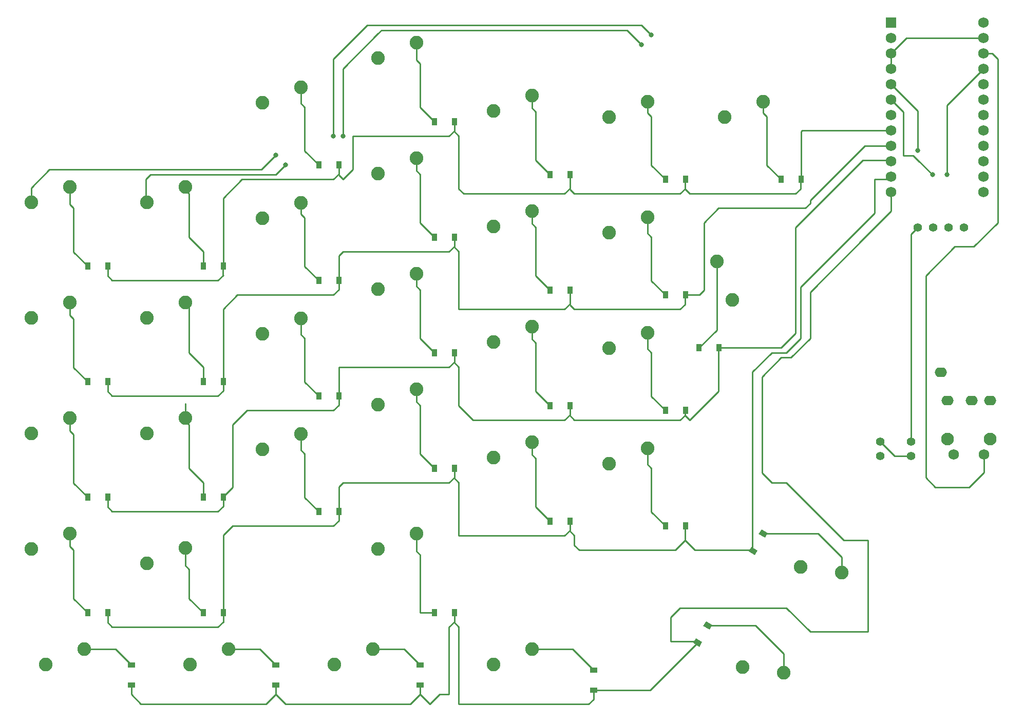
<source format=gbl>
G04 #@! TF.GenerationSoftware,KiCad,Pcbnew,5.1.10*
G04 #@! TF.CreationDate,2021-07-11T16:17:35-04:00*
G04 #@! TF.ProjectId,v02_left,7630325f-6c65-4667-942e-6b696361645f,rev?*
G04 #@! TF.SameCoordinates,Original*
G04 #@! TF.FileFunction,Copper,L2,Bot*
G04 #@! TF.FilePolarity,Positive*
%FSLAX46Y46*%
G04 Gerber Fmt 4.6, Leading zero omitted, Abs format (unit mm)*
G04 Created by KiCad (PCBNEW 5.1.10) date 2021-07-11 16:17:35*
%MOMM*%
%LPD*%
G01*
G04 APERTURE LIST*
G04 #@! TA.AperFunction,ComponentPad*
%ADD10C,2.100000*%
G04 #@! TD*
G04 #@! TA.AperFunction,ComponentPad*
%ADD11C,1.750000*%
G04 #@! TD*
G04 #@! TA.AperFunction,ComponentPad*
%ADD12O,2.000000X1.600000*%
G04 #@! TD*
G04 #@! TA.AperFunction,SMDPad,CuDef*
%ADD13C,0.100000*%
G04 #@! TD*
G04 #@! TA.AperFunction,SMDPad,CuDef*
%ADD14R,1.200000X0.900000*%
G04 #@! TD*
G04 #@! TA.AperFunction,SMDPad,CuDef*
%ADD15R,0.900000X1.200000*%
G04 #@! TD*
G04 #@! TA.AperFunction,ComponentPad*
%ADD16C,2.250000*%
G04 #@! TD*
G04 #@! TA.AperFunction,ComponentPad*
%ADD17C,1.397000*%
G04 #@! TD*
G04 #@! TA.AperFunction,ComponentPad*
%ADD18R,1.752600X1.752600*%
G04 #@! TD*
G04 #@! TA.AperFunction,ComponentPad*
%ADD19C,1.752600*%
G04 #@! TD*
G04 #@! TA.AperFunction,ViaPad*
%ADD20C,0.800000*%
G04 #@! TD*
G04 #@! TA.AperFunction,Conductor*
%ADD21C,0.250000*%
G04 #@! TD*
G04 APERTURE END LIST*
D10*
X2690000Y-76980000D03*
D11*
X1690000Y-79470000D03*
X-3310000Y-79470000D03*
D10*
X-4320000Y-76980000D03*
D12*
X-345000Y-70582500D03*
X2655000Y-70582500D03*
X-4345000Y-70582500D03*
X-5445000Y-65982500D03*
G04 #@! TA.AperFunction,SMDPad,CuDef*
D13*
G36*
X-43584385Y-108353769D02*
G01*
X-44623615Y-107753769D01*
X-44173615Y-106974347D01*
X-43134385Y-107574347D01*
X-43584385Y-108353769D01*
G37*
G04 #@! TD.AperFunction*
G04 #@! TA.AperFunction,SMDPad,CuDef*
G36*
X-45234385Y-111211653D02*
G01*
X-46273615Y-110611653D01*
X-45823615Y-109832231D01*
X-44784385Y-110432231D01*
X-45234385Y-111211653D01*
G37*
G04 #@! TD.AperFunction*
D14*
X-62706250Y-115031250D03*
X-62706250Y-118331250D03*
D15*
X-88962500Y-105568750D03*
X-85662500Y-105568750D03*
D14*
X-91281250Y-114237500D03*
X-91281250Y-117537500D03*
X-115093750Y-114237500D03*
X-115093750Y-117537500D03*
X-138906250Y-114237500D03*
X-138906250Y-117537500D03*
G04 #@! TA.AperFunction,SMDPad,CuDef*
D13*
G36*
X-34440385Y-93240769D02*
G01*
X-35479615Y-92640769D01*
X-35029615Y-91861347D01*
X-33990385Y-92461347D01*
X-34440385Y-93240769D01*
G37*
G04 #@! TD.AperFunction*
G04 #@! TA.AperFunction,SMDPad,CuDef*
G36*
X-36090385Y-96098653D02*
G01*
X-37129615Y-95498653D01*
X-36679615Y-94719231D01*
X-35640385Y-95319231D01*
X-36090385Y-96098653D01*
G37*
G04 #@! TD.AperFunction*
D15*
X-50862500Y-91281250D03*
X-47562500Y-91281250D03*
X-69912500Y-90487500D03*
X-66612500Y-90487500D03*
X-88962500Y-81756250D03*
X-85662500Y-81756250D03*
X-108012500Y-88900000D03*
X-104712500Y-88900000D03*
X-127062500Y-105568750D03*
X-123762500Y-105568750D03*
X-146112500Y-105568750D03*
X-142812500Y-105568750D03*
X-45306250Y-61912500D03*
X-42006250Y-61912500D03*
X-50862500Y-72231250D03*
X-47562500Y-72231250D03*
X-69912500Y-71437500D03*
X-66612500Y-71437500D03*
X-88962500Y-62706250D03*
X-85662500Y-62706250D03*
X-108012500Y-69850000D03*
X-104712500Y-69850000D03*
X-127062500Y-86518750D03*
X-123762500Y-86518750D03*
X-146112500Y-86518750D03*
X-142812500Y-86518750D03*
X-50862500Y-53181250D03*
X-47562500Y-53181250D03*
X-69912500Y-52387500D03*
X-66612500Y-52387500D03*
X-88962500Y-43656250D03*
X-85662500Y-43656250D03*
X-108012500Y-50800000D03*
X-104712500Y-50800000D03*
X-127062500Y-67468750D03*
X-123762500Y-67468750D03*
X-146112500Y-67468750D03*
X-142812500Y-67468750D03*
X-31812500Y-34131250D03*
X-28512500Y-34131250D03*
X-50862500Y-34131250D03*
X-47562500Y-34131250D03*
X-69912500Y-33337500D03*
X-66612500Y-33337500D03*
X-88962500Y-24606250D03*
X-85662500Y-24606250D03*
X-108012500Y-31750000D03*
X-104712500Y-31750000D03*
X-127062500Y-48418750D03*
X-123762500Y-48418750D03*
X-146112500Y-48418750D03*
X-142812500Y-48418750D03*
D16*
X-122872500Y-111601250D03*
X-129222500Y-114141250D03*
X-110966250Y-18923000D03*
X-117316250Y-21463000D03*
X-42386250Y-47688500D03*
X-39846250Y-54038500D03*
X-53816250Y-40386000D03*
X-60166250Y-42926000D03*
X-110966250Y-37973000D03*
X-117316250Y-40513000D03*
X-53816250Y-21336000D03*
X-60166250Y-23876000D03*
D17*
X-15413750Y-77370000D03*
X-10333750Y-77370000D03*
X-10333750Y-79751250D03*
X-15413750Y-79751250D03*
X-1606250Y-42088750D03*
X-4146250Y-42088750D03*
X-6686250Y-42088750D03*
X-9226250Y-42088750D03*
D18*
X-13671250Y-8275000D03*
D19*
X-13671250Y-10815000D03*
X-13671250Y-13355000D03*
X-13671250Y-15895000D03*
X-13671250Y-18435000D03*
X-13671250Y-20975000D03*
X-13671250Y-23515000D03*
X-13671250Y-26055000D03*
X-13671250Y-28595000D03*
X-13671250Y-31135000D03*
X-13671250Y-33675000D03*
X1568750Y-36215000D03*
X1568750Y-33675000D03*
X1568750Y-31135000D03*
X1568750Y-28595000D03*
X1568750Y-26055000D03*
X1568750Y-23515000D03*
X1568750Y-20975000D03*
X1568750Y-18435000D03*
X1568750Y-15895000D03*
X1568750Y-13355000D03*
X1568750Y-10815000D03*
X-13671250Y-36215000D03*
X1568750Y-8275000D03*
D16*
X-31328295Y-115488591D03*
X-38097557Y-114513295D03*
X-72866250Y-111601250D03*
X-79216250Y-114141250D03*
X-91852750Y-92551250D03*
X-98202750Y-95091250D03*
X-99060000Y-111601250D03*
X-105410000Y-114141250D03*
X-146685000Y-111601250D03*
X-153035000Y-114141250D03*
X-21803295Y-98978591D03*
X-28572557Y-98003295D03*
X-53816250Y-78486000D03*
X-60166250Y-81026000D03*
X-72866250Y-77470000D03*
X-79216250Y-80010000D03*
X-91916250Y-68707000D03*
X-98266250Y-71247000D03*
X-110966250Y-76073000D03*
X-117316250Y-78613000D03*
X-130016250Y-94932500D03*
X-136366250Y-97472500D03*
X-149066250Y-92551250D03*
X-155416250Y-95091250D03*
X-53816250Y-59436000D03*
X-60166250Y-61976000D03*
X-72866250Y-58420000D03*
X-79216250Y-60960000D03*
X-91916250Y-49657000D03*
X-98266250Y-52197000D03*
X-110966250Y-57023000D03*
X-117316250Y-59563000D03*
X-130016250Y-73501250D03*
X-136366250Y-76041250D03*
X-149066250Y-73501250D03*
X-155416250Y-76041250D03*
X-72866250Y-39370000D03*
X-79216250Y-41910000D03*
X-91916250Y-30607000D03*
X-98266250Y-33147000D03*
X-130016250Y-54451250D03*
X-136366250Y-56991250D03*
X-149066250Y-54451250D03*
X-155416250Y-56991250D03*
X-34766250Y-21336000D03*
X-41116250Y-23876000D03*
X-72866250Y-20320000D03*
X-79216250Y-22860000D03*
X-91916250Y-11557000D03*
X-98266250Y-14097000D03*
X-130016250Y-35401250D03*
X-136366250Y-37941250D03*
X-149066250Y-35401250D03*
X-155416250Y-37941250D03*
D20*
X-115093750Y-30162500D03*
X-105568750Y-26987500D03*
X-53181250Y-10318750D03*
X-113506250Y-31750000D03*
X-103981250Y-26987500D03*
X-54768750Y-11906250D03*
X-4463750Y-33357500D03*
X-9226250Y-29388750D03*
X-6845000Y-33357500D03*
D21*
X-149066250Y-35401250D02*
X-149066250Y-38258750D01*
X-149066250Y-38258750D02*
X-148431250Y-38893750D01*
X-148431250Y-46100000D02*
X-146112500Y-48418750D01*
X-148431250Y-38893750D02*
X-148431250Y-46100000D01*
X-65881250Y-36512500D02*
X-49212500Y-36512500D01*
X-49212500Y-36512500D02*
X-48418750Y-36512500D01*
X-48418750Y-36512500D02*
X-47625000Y-35718750D01*
X-47625000Y-35718750D02*
X-47625000Y-34131250D01*
X-47625000Y-35718750D02*
X-46831250Y-36512500D01*
X-46831250Y-36512500D02*
X-29368750Y-36512500D01*
X-29368750Y-36512500D02*
X-28575000Y-35718750D01*
X-28575000Y-35718750D02*
X-28575000Y-34131250D01*
X-124618750Y-50800000D02*
X-123762500Y-49943750D01*
X-142081250Y-50800000D02*
X-124618750Y-50800000D01*
X-123825000Y-50006250D02*
X-123825000Y-48481250D01*
X-142812500Y-50068750D02*
X-142081250Y-50800000D01*
X-142812500Y-48418750D02*
X-142812500Y-50068750D01*
X-105568750Y-34131250D02*
X-104712500Y-33275000D01*
X-104712500Y-33275000D02*
X-104712500Y-31750000D01*
X-85662500Y-26131250D02*
X-85662500Y-24606250D01*
X-102393750Y-26987500D02*
X-86518750Y-26987500D01*
X-102393750Y-32543750D02*
X-102393750Y-26987500D01*
X-103981250Y-34131250D02*
X-102393750Y-32543750D01*
X-104712500Y-33400000D02*
X-103981250Y-34131250D01*
X-86518750Y-26987500D02*
X-85662500Y-26131250D01*
X-104712500Y-31750000D02*
X-104712500Y-33400000D01*
X-66612500Y-35656250D02*
X-66612500Y-33337500D01*
X-67468750Y-36512500D02*
X-66612500Y-35656250D01*
X-85662500Y-26256250D02*
X-84931250Y-26987500D01*
X-85662500Y-24606250D02*
X-85662500Y-26256250D01*
X-66612500Y-33337500D02*
X-66612500Y-35781250D01*
X-66612500Y-35781250D02*
X-65881250Y-36512500D01*
X-28512500Y-34131250D02*
X-28512500Y-26256250D01*
X-19261250Y-26055000D02*
X-13671250Y-26055000D01*
X-28512500Y-26256250D02*
X-28291250Y-26035000D01*
X-123762500Y-48418750D02*
X-123762500Y-37243750D01*
X-123762500Y-37243750D02*
X-120650000Y-34131250D01*
X-120650000Y-34131250D02*
X-105568750Y-34131250D01*
X-84931250Y-26987500D02*
X-84931250Y-35718750D01*
X-84931250Y-35718750D02*
X-84137500Y-36512500D01*
X-84137500Y-36512500D02*
X-67468750Y-36512500D01*
X-19281250Y-26035000D02*
X-19261250Y-26055000D01*
X-28291250Y-26035000D02*
X-19281250Y-26035000D01*
X-130016250Y-35877500D02*
X-129381250Y-36512500D01*
X-129381250Y-43718750D02*
X-127062500Y-46037500D01*
X-129381250Y-36512500D02*
X-129381250Y-43718750D01*
X-127062500Y-46037500D02*
X-127062500Y-48418750D01*
X-110966250Y-18923000D02*
X-110966250Y-21590000D01*
X-110966250Y-21590000D02*
X-110331250Y-22225000D01*
X-110331250Y-29431250D02*
X-108012500Y-31750000D01*
X-110331250Y-22225000D02*
X-110331250Y-29431250D01*
X-91916250Y-11557000D02*
X-91916250Y-14446250D01*
X-91916250Y-14446250D02*
X-91281250Y-15081250D01*
X-91281250Y-22287500D02*
X-88962500Y-24606250D01*
X-91281250Y-15081250D02*
X-91281250Y-22287500D01*
X-72866250Y-20320000D02*
X-72866250Y-22383750D01*
X-72866250Y-22383750D02*
X-72231250Y-23018750D01*
X-72231250Y-31018750D02*
X-69912500Y-33337500D01*
X-72231250Y-23018750D02*
X-72231250Y-31018750D01*
X-53181250Y-31812500D02*
X-50862500Y-34131250D01*
X-53181250Y-23812500D02*
X-53181250Y-31812500D01*
X-53816250Y-23177500D02*
X-53181250Y-23812500D01*
X-53816250Y-21336000D02*
X-53816250Y-23177500D01*
X-34766250Y-21336000D02*
X-34766250Y-23177500D01*
X-34766250Y-23177500D02*
X-34131250Y-23812500D01*
X-34131250Y-31812500D02*
X-31812500Y-34131250D01*
X-34131250Y-23812500D02*
X-34131250Y-31812500D01*
X-149066250Y-54451250D02*
X-149066250Y-56515000D01*
X-149066250Y-56515000D02*
X-148431250Y-57150000D01*
X-148431250Y-65150000D02*
X-146112500Y-67468750D01*
X-148431250Y-57150000D02*
X-148431250Y-65150000D01*
X-105568750Y-53181250D02*
X-104712500Y-52325000D01*
X-104712500Y-52325000D02*
X-104712500Y-50800000D01*
X-121443750Y-53181250D02*
X-105568750Y-53181250D01*
X-123762500Y-55500000D02*
X-121443750Y-53181250D01*
X-86518750Y-46037500D02*
X-85662500Y-45181250D01*
X-103981250Y-46037500D02*
X-86518750Y-46037500D01*
X-104712500Y-46768750D02*
X-103981250Y-46037500D01*
X-85662500Y-45181250D02*
X-85662500Y-43656250D01*
X-104712500Y-50800000D02*
X-104712500Y-46768750D01*
X-67468750Y-55562500D02*
X-66612500Y-54706250D01*
X-84931250Y-55562500D02*
X-67468750Y-55562500D01*
X-84931250Y-46037500D02*
X-84931250Y-55562500D01*
X-85662500Y-45306250D02*
X-84931250Y-46037500D01*
X-66612500Y-54706250D02*
X-66612500Y-52387500D01*
X-85662500Y-43656250D02*
X-85662500Y-45306250D01*
X-124618750Y-69850000D02*
X-123762500Y-68993750D01*
X-142081250Y-69850000D02*
X-124618750Y-69850000D01*
X-123762500Y-68993750D02*
X-123762500Y-67468750D01*
X-142812500Y-69118750D02*
X-142081250Y-69850000D01*
X-142812500Y-67468750D02*
X-142812500Y-69118750D01*
X-123762500Y-67468750D02*
X-123762500Y-55500000D01*
X-66612500Y-52387500D02*
X-66612500Y-54831250D01*
X-42068750Y-38893750D02*
X-27781250Y-38893750D01*
X-47625000Y-54768750D02*
X-47625000Y-53181250D01*
X-66612500Y-54831250D02*
X-65881250Y-55562500D01*
X-45243750Y-53181250D02*
X-44450000Y-52387500D01*
X-47625000Y-53181250D02*
X-45243750Y-53181250D01*
X-48418750Y-55562500D02*
X-47625000Y-54768750D01*
X-44450000Y-52387500D02*
X-44450000Y-41275000D01*
X-65881250Y-55562500D02*
X-48418750Y-55562500D01*
X-44450000Y-41275000D02*
X-42068750Y-38893750D01*
X-27781250Y-38893750D02*
X-26987500Y-38100000D01*
X-17957500Y-28595000D02*
X-13671250Y-28595000D01*
X-26987500Y-38100000D02*
X-26987500Y-37625000D01*
X-26987500Y-37625000D02*
X-17957500Y-28595000D01*
X-130016250Y-54133750D02*
X-129381250Y-54768750D01*
X-129381250Y-62768750D02*
X-127062500Y-65087500D01*
X-129381250Y-54768750D02*
X-129381250Y-62768750D01*
X-127062500Y-65087500D02*
X-127062500Y-67468750D01*
X-110966250Y-37973000D02*
X-110966250Y-39846250D01*
X-110966250Y-39846250D02*
X-110331250Y-40481250D01*
X-110331250Y-48481250D02*
X-108012500Y-50800000D01*
X-110331250Y-40481250D02*
X-110331250Y-48481250D01*
X-91916250Y-30607000D02*
X-91916250Y-32702500D01*
X-91916250Y-32702500D02*
X-91281250Y-33337500D01*
X-91281250Y-41337500D02*
X-88962500Y-43656250D01*
X-91281250Y-33337500D02*
X-91281250Y-41337500D01*
X-72866250Y-39370000D02*
X-72866250Y-41433750D01*
X-72866250Y-41433750D02*
X-72231250Y-42068750D01*
X-72231250Y-50068750D02*
X-69912500Y-52387500D01*
X-72231250Y-42068750D02*
X-72231250Y-50068750D01*
X-53816250Y-40386000D02*
X-53816250Y-43021250D01*
X-53816250Y-43021250D02*
X-53181250Y-43656250D01*
X-53181250Y-50862500D02*
X-50862500Y-53181250D01*
X-53181250Y-43656250D02*
X-53181250Y-50862500D01*
X-149066250Y-73501250D02*
X-149066250Y-75565000D01*
X-149066250Y-75565000D02*
X-148431250Y-76200000D01*
X-148431250Y-84200000D02*
X-146112500Y-86518750D01*
X-148431250Y-76200000D02*
X-148431250Y-84200000D01*
X-65881250Y-73818750D02*
X-48418750Y-73818750D01*
X-48418750Y-73818750D02*
X-47625000Y-73025000D01*
X-47625000Y-73025000D02*
X-47625000Y-72231250D01*
X-124618750Y-88900000D02*
X-123762500Y-88043750D01*
X-123762500Y-88043750D02*
X-123762500Y-86518750D01*
X-142081250Y-88900000D02*
X-124618750Y-88900000D01*
X-142812500Y-88168750D02*
X-142081250Y-88900000D01*
X-142812500Y-86518750D02*
X-142812500Y-88168750D01*
X-104712500Y-71375000D02*
X-104712500Y-69850000D01*
X-105568750Y-72231250D02*
X-104712500Y-71375000D01*
X-123762500Y-86456250D02*
X-122237500Y-84931250D01*
X-104712500Y-69850000D02*
X-104712500Y-65150000D01*
X-104712500Y-65150000D02*
X-104650000Y-65087500D01*
X-104650000Y-65087500D02*
X-86518750Y-65087500D01*
X-85662500Y-64231250D02*
X-85662500Y-62706250D01*
X-86518750Y-65087500D02*
X-85662500Y-64231250D01*
X-66612500Y-72962500D02*
X-66612500Y-71437500D01*
X-67468750Y-73818750D02*
X-66612500Y-72962500D01*
X-85662500Y-64356250D02*
X-84931250Y-65087500D01*
X-85662500Y-62706250D02*
X-85662500Y-64356250D01*
X-66612500Y-73087500D02*
X-65881250Y-73818750D01*
X-66612500Y-71437500D02*
X-66612500Y-73087500D01*
X-122237500Y-84931250D02*
X-122237500Y-74612500D01*
X-122237500Y-74612500D02*
X-119856250Y-72231250D01*
X-119856250Y-72231250D02*
X-112661998Y-72231250D01*
X-112661998Y-72231250D02*
X-105568750Y-72231250D01*
X-84931250Y-65087500D02*
X-84931250Y-71437500D01*
X-84931250Y-71437500D02*
X-82550000Y-73818750D01*
X-82550000Y-73818750D02*
X-67468750Y-73818750D01*
X-13830000Y-30976250D02*
X-13671250Y-31135000D01*
X-18276250Y-30976250D02*
X-13830000Y-30976250D01*
X-29368750Y-42068750D02*
X-18276250Y-30976250D01*
X-29368750Y-59531250D02*
X-29368750Y-42068750D01*
X-42068750Y-61912500D02*
X-31750000Y-61912500D01*
X-42068750Y-69056250D02*
X-42068750Y-61912500D01*
X-31750000Y-61912500D02*
X-29368750Y-59531250D01*
X-46831250Y-73818750D02*
X-42068750Y-69056250D01*
X-47625000Y-73025000D02*
X-46831250Y-73818750D01*
X-130016250Y-71120000D02*
X-130016250Y-73977500D01*
X-130016250Y-73977500D02*
X-129381250Y-74612500D01*
X-129381250Y-81818750D02*
X-127062500Y-84137500D01*
X-129381250Y-74612500D02*
X-129381250Y-81818750D01*
X-127062500Y-84137500D02*
X-127062500Y-86518750D01*
X-110966250Y-57023000D02*
X-110966250Y-59690000D01*
X-110966250Y-59690000D02*
X-110331250Y-60325000D01*
X-110331250Y-67531250D02*
X-108012500Y-69850000D01*
X-110331250Y-60325000D02*
X-110331250Y-67531250D01*
X-91916250Y-49657000D02*
X-91916250Y-51752500D01*
X-91916250Y-51752500D02*
X-91281250Y-52387500D01*
X-91281250Y-60387500D02*
X-88962500Y-62706250D01*
X-91281250Y-52387500D02*
X-91281250Y-60387500D01*
X-72866250Y-58420000D02*
X-72866250Y-60483750D01*
X-72866250Y-60483750D02*
X-72231250Y-61118750D01*
X-72231250Y-69118750D02*
X-69912500Y-71437500D01*
X-72231250Y-61118750D02*
X-72231250Y-69118750D01*
X-53816250Y-59436000D02*
X-53816250Y-62071250D01*
X-53816250Y-62071250D02*
X-53181250Y-62706250D01*
X-53181250Y-69912500D02*
X-50862500Y-72231250D01*
X-53181250Y-62706250D02*
X-53181250Y-69912500D01*
X-42386250Y-58992500D02*
X-45306250Y-61912500D01*
X-42386250Y-47688500D02*
X-42386250Y-58992500D01*
X-149066250Y-92551250D02*
X-149066250Y-94615000D01*
X-149066250Y-94615000D02*
X-148431250Y-95250000D01*
X-148431250Y-103250000D02*
X-146112500Y-105568750D01*
X-148431250Y-95250000D02*
X-148431250Y-103250000D01*
X-65881250Y-92868750D02*
X-65881250Y-94456250D01*
X-65881250Y-94456250D02*
X-65087500Y-95250000D01*
X-65087500Y-95250000D02*
X-49212500Y-95250000D01*
X-49212500Y-95250000D02*
X-47625000Y-93662500D01*
X-47625000Y-93662500D02*
X-47625000Y-91281250D01*
X-124618750Y-107950000D02*
X-123762500Y-107093750D01*
X-123762500Y-107156250D02*
X-123762500Y-105631250D01*
X-142081250Y-107950000D02*
X-124618750Y-107950000D01*
X-142812500Y-107218750D02*
X-142081250Y-107950000D01*
X-142812500Y-105568750D02*
X-142812500Y-107218750D01*
X-105568750Y-91281250D02*
X-104712500Y-90425000D01*
X-122237500Y-91281250D02*
X-105568750Y-91281250D01*
X-104712500Y-90425000D02*
X-104712500Y-88900000D01*
X-123762500Y-92806250D02*
X-122237500Y-91281250D01*
X-86518750Y-84137500D02*
X-85662500Y-83281250D01*
X-103981250Y-84137500D02*
X-86518750Y-84137500D01*
X-85662500Y-83281250D02*
X-85662500Y-81756250D01*
X-104712500Y-84868750D02*
X-103981250Y-84137500D01*
X-104712500Y-88900000D02*
X-104712500Y-84868750D01*
X-84931250Y-92868750D02*
X-67468750Y-92868750D01*
X-84931250Y-84137500D02*
X-84931250Y-92868750D01*
X-66612500Y-92012500D02*
X-66612500Y-90487500D01*
X-85662500Y-83406250D02*
X-84931250Y-84137500D01*
X-67468750Y-92868750D02*
X-66612500Y-92012500D01*
X-85662500Y-81756250D02*
X-85662500Y-83406250D01*
X-66612500Y-92137500D02*
X-65881250Y-92868750D01*
X-66612500Y-90487500D02*
X-66612500Y-92137500D01*
X-123762500Y-105568750D02*
X-123762500Y-92806250D01*
X-14147500Y-34151250D02*
X-13671250Y-33675000D01*
X-16370000Y-34151250D02*
X-14147500Y-34151250D01*
X-28575000Y-51912500D02*
X-16370000Y-39707500D01*
X-28575000Y-60325000D02*
X-28575000Y-51912500D01*
X-30956250Y-62706250D02*
X-28575000Y-60325000D01*
X-33337500Y-62706250D02*
X-30956250Y-62706250D01*
X-46037500Y-95250000D02*
X-36512500Y-95250000D01*
X-16370000Y-39707500D02*
X-16370000Y-34151250D01*
X-36512500Y-65881250D02*
X-33337500Y-62706250D01*
X-36512500Y-95250000D02*
X-36512500Y-65881250D01*
X-47625000Y-93662500D02*
X-46037500Y-95250000D01*
X-129381250Y-103250000D02*
X-127062500Y-105568750D01*
X-129381250Y-103250000D02*
X-129381250Y-98425000D01*
X-130016250Y-97790000D02*
X-130016250Y-94932500D01*
X-129381250Y-98425000D02*
X-130016250Y-97790000D01*
X-110966250Y-76073000D02*
X-110966250Y-78740000D01*
X-110966250Y-78740000D02*
X-110331250Y-79375000D01*
X-110331250Y-86581250D02*
X-108012500Y-88900000D01*
X-110331250Y-79375000D02*
X-110331250Y-86581250D01*
X-91916250Y-68707000D02*
X-91916250Y-70802500D01*
X-91916250Y-70802500D02*
X-91281250Y-71437500D01*
X-91281250Y-79437500D02*
X-88962500Y-81756250D01*
X-91281250Y-71437500D02*
X-91281250Y-79437500D01*
X-72866250Y-77470000D02*
X-72866250Y-79533750D01*
X-72866250Y-79533750D02*
X-72231250Y-80168750D01*
X-72231250Y-88168750D02*
X-69912500Y-90487500D01*
X-72231250Y-80168750D02*
X-72231250Y-88168750D01*
X-53816250Y-78486000D02*
X-53816250Y-81121250D01*
X-53816250Y-81121250D02*
X-53181250Y-81756250D01*
X-53181250Y-88962500D02*
X-50862500Y-91281250D01*
X-53181250Y-81756250D02*
X-53181250Y-88962500D01*
X-25717692Y-92551058D02*
X-34735000Y-92551058D01*
X-21803295Y-96465455D02*
X-25717692Y-92551058D01*
X-21803295Y-98978591D02*
X-21803295Y-96465455D01*
X-141542500Y-111601250D02*
X-138906250Y-114237500D01*
X-146685000Y-111601250D02*
X-141542500Y-111601250D01*
X-115093750Y-119062500D02*
X-115093750Y-117537500D01*
X-116681250Y-120650000D02*
X-115093750Y-119062500D01*
X-137318750Y-120650000D02*
X-116681250Y-120650000D01*
X-138906250Y-119062500D02*
X-137318750Y-120650000D01*
X-138906250Y-117537500D02*
X-138906250Y-119062500D01*
X-115093750Y-119062500D02*
X-113506250Y-120650000D01*
X-113506250Y-120650000D02*
X-92868750Y-120650000D01*
X-92868750Y-120650000D02*
X-91281250Y-119062500D01*
X-91281250Y-119062500D02*
X-91281250Y-117537500D01*
X-85662500Y-107093750D02*
X-85662500Y-105568750D01*
X-86518750Y-119062500D02*
X-86518750Y-107950000D01*
X-88106250Y-119062500D02*
X-86518750Y-119062500D01*
X-86518750Y-107950000D02*
X-85662500Y-107093750D01*
X-89693750Y-120650000D02*
X-88106250Y-119062500D01*
X-91281250Y-119062500D02*
X-89693750Y-120650000D01*
X-85662500Y-105568750D02*
X-85662500Y-107218750D01*
X-85662500Y-107218750D02*
X-84931250Y-107950000D01*
X-84931250Y-107950000D02*
X-84931250Y-120650000D01*
X-84931250Y-120650000D02*
X-63500000Y-120650000D01*
X-62706250Y-119856250D02*
X-62706250Y-118331250D01*
X-63500000Y-120650000D02*
X-62706250Y-119856250D01*
X-13671250Y-39390000D02*
X-13671250Y-36215000D01*
X-53338308Y-118331250D02*
X-45529000Y-110521942D01*
X-62706250Y-118331250D02*
X-53338308Y-118331250D01*
X-26987500Y-52706250D02*
X-17700000Y-43418750D01*
X-26987500Y-60325000D02*
X-26987500Y-52706250D01*
X-30162500Y-63500000D02*
X-26987500Y-60325000D01*
X-34925000Y-82550000D02*
X-34925000Y-66675000D01*
X-17957500Y-43676250D02*
X-17700000Y-43418750D01*
X-17700000Y-43418750D02*
X-13671250Y-39390000D01*
X-34925000Y-66675000D02*
X-31750000Y-63500000D01*
X-30956250Y-84137500D02*
X-33337500Y-84137500D01*
X-48418750Y-104775000D02*
X-30956250Y-104775000D01*
X-45243750Y-110331250D02*
X-50006250Y-110331250D01*
X-50006250Y-110331250D02*
X-50006250Y-106362500D01*
X-50006250Y-106362500D02*
X-48418750Y-104775000D01*
X-30956250Y-104775000D02*
X-26987500Y-108743750D01*
X-26987500Y-108743750D02*
X-17462500Y-108743750D01*
X-21431250Y-93662500D02*
X-30956250Y-84137500D01*
X-31750000Y-63500000D02*
X-30162500Y-63500000D01*
X-17462500Y-108743750D02*
X-17462500Y-93662500D01*
X-17462500Y-93662500D02*
X-21431250Y-93662500D01*
X-33337500Y-84137500D02*
X-34925000Y-82550000D01*
X-117730000Y-111601250D02*
X-115093750Y-114237500D01*
X-122872500Y-111601250D02*
X-117730000Y-111601250D01*
X-93917500Y-111601250D02*
X-91281250Y-114237500D01*
X-99060000Y-111601250D02*
X-93917500Y-111601250D01*
X-91281250Y-105568750D02*
X-88962500Y-105568750D01*
X-91281250Y-96043750D02*
X-91281250Y-105568750D01*
X-91852750Y-95472250D02*
X-91281250Y-96043750D01*
X-91852750Y-92868750D02*
X-91852750Y-95472250D01*
X-66136250Y-111601250D02*
X-62706250Y-115031250D01*
X-72866250Y-111601250D02*
X-66136250Y-111601250D01*
X-36004692Y-107664058D02*
X-43879000Y-107664058D01*
X-31328295Y-112340455D02*
X-36004692Y-107664058D01*
X-31328295Y-115488591D02*
X-31328295Y-112340455D01*
X-115093750Y-30162500D02*
X-115093750Y-30162500D01*
X-105568750Y-26987500D02*
X-105568750Y-14287500D01*
X-105568750Y-14287500D02*
X-100012500Y-8731250D01*
X-100012500Y-8731250D02*
X-82550000Y-8731250D01*
X-82550000Y-8731250D02*
X-54768750Y-8731250D01*
X-54768750Y-8731250D02*
X-53181250Y-10318750D01*
X-53181250Y-10318750D02*
X-53181250Y-10318750D01*
X-155416250Y-35560000D02*
X-155416250Y-37941250D01*
X-152400000Y-32543750D02*
X-155416250Y-35560000D01*
X-117475000Y-32543750D02*
X-152400000Y-32543750D01*
X-115093750Y-30162500D02*
X-117475000Y-32543750D01*
X-113506250Y-31750000D02*
X-113506250Y-31750000D01*
X-103981250Y-26987500D02*
X-103981250Y-15875000D01*
X-103981250Y-15875000D02*
X-98213249Y-10106999D01*
X-98213249Y-10106999D02*
X-97631250Y-9525000D01*
X-97631250Y-9525000D02*
X-57150000Y-9525000D01*
X-57150000Y-9525000D02*
X-54768750Y-11906250D01*
X-54768750Y-11906250D02*
X-54768750Y-11906250D01*
X-115093750Y-33337500D02*
X-113506250Y-31750000D01*
X-135731250Y-33337500D02*
X-115093750Y-33337500D01*
X-136525000Y-34131250D02*
X-135731250Y-33337500D01*
X-136525000Y-37782500D02*
X-136525000Y-34131250D01*
X-4463750Y-21927500D02*
X1568750Y-15895000D01*
X-13032500Y-79751250D02*
X-15413750Y-77370000D01*
X-10333750Y-79751250D02*
X-13032500Y-79751250D01*
X-4463750Y-32563750D02*
X-4463750Y-21927500D01*
X-4463750Y-33357500D02*
X-4463750Y-32563750D01*
X-9226250Y-22880000D02*
X-13671250Y-18435000D01*
X-9226250Y-29388750D02*
X-9226250Y-28595000D01*
X-9226250Y-28595000D02*
X-9226250Y-22880000D01*
X-10333750Y-43196250D02*
X-9226250Y-42088750D01*
X-10333750Y-77370000D02*
X-10333750Y-43196250D01*
X-10020000Y-30182500D02*
X-11607500Y-30182500D01*
X-11607500Y-23038750D02*
X-13671250Y-20975000D01*
X-11607500Y-30182500D02*
X-11607500Y-23038750D01*
X-9226250Y-30976250D02*
X-10020000Y-30182500D01*
X-6845000Y-33357500D02*
X-9226250Y-30976250D01*
X-11131250Y-10815000D02*
X-13671250Y-13355000D01*
X1568750Y-10815000D02*
X-11131250Y-10815000D01*
X-13671250Y-13355000D02*
X-13671250Y-15895000D01*
X3036250Y-13355000D02*
X1568750Y-13355000D01*
X3968750Y-41275000D02*
X3968750Y-14287500D01*
X0Y-45243750D02*
X3968750Y-41275000D01*
X-3175000Y-45243750D02*
X0Y-45243750D01*
X-7937500Y-50006250D02*
X-3175000Y-45243750D01*
X-7937500Y-83343750D02*
X-7937500Y-50006250D01*
X-793750Y-84931250D02*
X-6350000Y-84931250D01*
X1690000Y-82447500D02*
X-793750Y-84931250D01*
X3968750Y-14287500D02*
X3036250Y-13355000D01*
X-6350000Y-84931250D02*
X-7937500Y-83343750D01*
X1690000Y-79470000D02*
X1690000Y-82447500D01*
M02*

</source>
